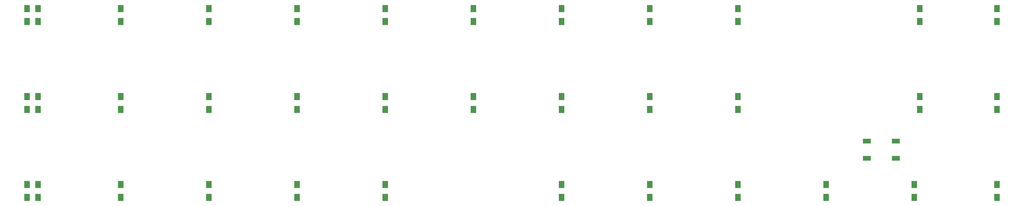
<source format=gbr>
%TF.GenerationSoftware,KiCad,Pcbnew,(5.1.9)-1*%
%TF.CreationDate,2021-06-01T11:31:06-07:00*%
%TF.ProjectId,ogurec,6f677572-6563-42e6-9b69-6361645f7063,rev?*%
%TF.SameCoordinates,Original*%
%TF.FileFunction,Paste,Bot*%
%TF.FilePolarity,Positive*%
%FSLAX46Y46*%
G04 Gerber Fmt 4.6, Leading zero omitted, Abs format (unit mm)*
G04 Created by KiCad (PCBNEW (5.1.9)-1) date 2021-06-01 11:31:06*
%MOMM*%
%LPD*%
G01*
G04 APERTURE LIST*
%ADD10R,1.200000X1.600000*%
%ADD11R,1.800000X1.100000*%
G04 APERTURE END LIST*
D10*
%TO.C,D36*%
X267890850Y-88315698D03*
X267890850Y-85515698D03*
%TD*%
%TO.C,D35*%
X250031460Y-88315698D03*
X250031460Y-85515698D03*
%TD*%
%TO.C,D34*%
X230981444Y-88315698D03*
X230981444Y-85515698D03*
%TD*%
%TO.C,D33*%
X211931428Y-88315698D03*
X211931428Y-85515698D03*
%TD*%
%TO.C,D32*%
X192881412Y-88315698D03*
X192881412Y-85515698D03*
%TD*%
%TO.C,D31*%
X173831396Y-88315698D03*
X173831396Y-85515698D03*
%TD*%
%TO.C,D30*%
X135731364Y-88315698D03*
X135731364Y-85515698D03*
%TD*%
%TO.C,D29*%
X116681348Y-88315698D03*
X116681348Y-85515698D03*
%TD*%
%TO.C,D28*%
X97631332Y-88315698D03*
X97631332Y-85515698D03*
%TD*%
%TO.C,D27*%
X78581316Y-88315698D03*
X78581316Y-85515698D03*
%TD*%
%TO.C,D26*%
X60721926Y-88315698D03*
X60721926Y-85515698D03*
%TD*%
%TO.C,D25*%
X58340674Y-88315698D03*
X58340674Y-85515698D03*
%TD*%
%TO.C,D24*%
X267890850Y-69265682D03*
X267890850Y-66465682D03*
%TD*%
%TO.C,D23*%
X251222086Y-69265682D03*
X251222086Y-66465682D03*
%TD*%
%TO.C,D22*%
X211931428Y-69265682D03*
X211931428Y-66465682D03*
%TD*%
%TO.C,D21*%
X192881412Y-69265682D03*
X192881412Y-66465682D03*
%TD*%
%TO.C,D20*%
X173831396Y-69265682D03*
X173831396Y-66465682D03*
%TD*%
%TO.C,D19*%
X154781380Y-69265682D03*
X154781380Y-66465682D03*
%TD*%
%TO.C,D18*%
X135731364Y-69265682D03*
X135731364Y-66465682D03*
%TD*%
%TO.C,D17*%
X116681348Y-69265682D03*
X116681348Y-66465682D03*
%TD*%
%TO.C,D16*%
X97631332Y-69265682D03*
X97631332Y-66465682D03*
%TD*%
%TO.C,D15*%
X78581316Y-69265682D03*
X78581316Y-66465682D03*
%TD*%
%TO.C,D14*%
X60721926Y-69265682D03*
X60721926Y-66465682D03*
%TD*%
%TO.C,D13*%
X58340674Y-69265682D03*
X58340674Y-66465682D03*
%TD*%
%TO.C,D12*%
X267890850Y-50215666D03*
X267890850Y-47415666D03*
%TD*%
%TO.C,D11*%
X251222086Y-50215666D03*
X251222086Y-47415666D03*
%TD*%
%TO.C,D10*%
X211931428Y-50215666D03*
X211931428Y-47415666D03*
%TD*%
%TO.C,D9*%
X192881412Y-50215666D03*
X192881412Y-47415666D03*
%TD*%
%TO.C,D8*%
X173831396Y-50215666D03*
X173831396Y-47415666D03*
%TD*%
%TO.C,D7*%
X154781380Y-50215666D03*
X154781380Y-47415666D03*
%TD*%
%TO.C,D6*%
X135731364Y-50215666D03*
X135731364Y-47415666D03*
%TD*%
%TO.C,D5*%
X116681348Y-50215666D03*
X116681348Y-47415666D03*
%TD*%
%TO.C,D4*%
X97631332Y-50215666D03*
X97631332Y-47415666D03*
%TD*%
%TO.C,D3*%
X78581316Y-50215666D03*
X78581316Y-47415666D03*
%TD*%
%TO.C,D2*%
X60721926Y-50215666D03*
X60721926Y-47415666D03*
%TD*%
%TO.C,D1*%
X58340674Y-50215666D03*
X58340674Y-47415666D03*
%TD*%
D11*
%TO.C,RESET1*%
X245987704Y-76136003D03*
X239787704Y-76136003D03*
X245987704Y-79836003D03*
X239787704Y-79836003D03*
%TD*%
M02*

</source>
